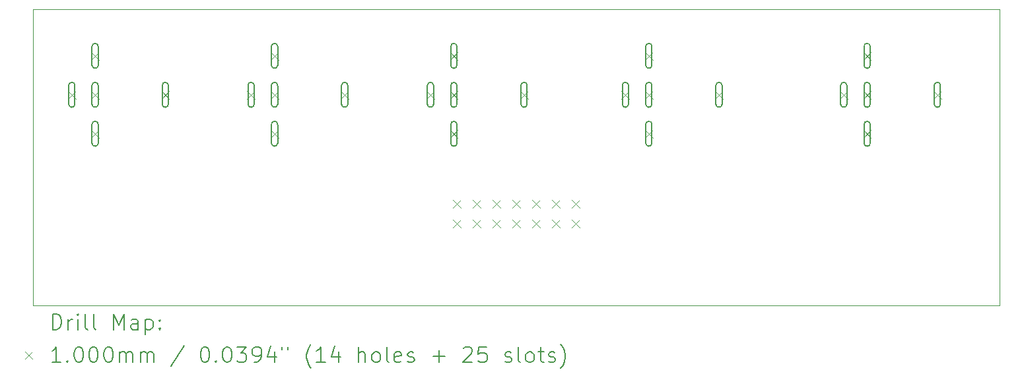
<source format=gbr>
%FSLAX45Y45*%
G04 Gerber Fmt 4.5, Leading zero omitted, Abs format (unit mm)*
G04 Created by KiCad (PCBNEW (6.0.0)) date 2022-06-26 22:57:13*
%MOMM*%
%LPD*%
G01*
G04 APERTURE LIST*
%TA.AperFunction,Profile*%
%ADD10C,0.050000*%
%TD*%
%ADD11C,0.200000*%
%ADD12C,0.100000*%
G04 APERTURE END LIST*
D10*
X8000000Y-13000000D02*
X20400000Y-13000000D01*
X20400000Y-9200000D02*
X8000000Y-9200000D01*
X8000000Y-13000000D02*
X8000000Y-9200000D01*
X20400000Y-9200000D02*
X20400000Y-13000000D01*
D11*
D12*
X8450000Y-10250000D02*
X8550000Y-10350000D01*
X8550000Y-10250000D02*
X8450000Y-10350000D01*
D11*
X8540000Y-10420000D02*
X8540000Y-10180000D01*
X8460000Y-10420000D02*
X8460000Y-10180000D01*
X8540000Y-10180000D02*
G75*
G03*
X8460000Y-10180000I-40000J0D01*
G01*
X8460000Y-10420000D02*
G75*
G03*
X8540000Y-10420000I40000J0D01*
G01*
D12*
X8750000Y-9750000D02*
X8850000Y-9850000D01*
X8850000Y-9750000D02*
X8750000Y-9850000D01*
D11*
X8840000Y-9920000D02*
X8840000Y-9680000D01*
X8760000Y-9920000D02*
X8760000Y-9680000D01*
X8840000Y-9680000D02*
G75*
G03*
X8760000Y-9680000I-40000J0D01*
G01*
X8760000Y-9920000D02*
G75*
G03*
X8840000Y-9920000I40000J0D01*
G01*
D12*
X8750000Y-10250000D02*
X8850000Y-10350000D01*
X8850000Y-10250000D02*
X8750000Y-10350000D01*
D11*
X8840000Y-10420000D02*
X8840000Y-10180000D01*
X8760000Y-10420000D02*
X8760000Y-10180000D01*
X8840000Y-10180000D02*
G75*
G03*
X8760000Y-10180000I-40000J0D01*
G01*
X8760000Y-10420000D02*
G75*
G03*
X8840000Y-10420000I40000J0D01*
G01*
D12*
X8750000Y-10750000D02*
X8850000Y-10850000D01*
X8850000Y-10750000D02*
X8750000Y-10850000D01*
D11*
X8840000Y-10920000D02*
X8840000Y-10680000D01*
X8760000Y-10920000D02*
X8760000Y-10680000D01*
X8840000Y-10680000D02*
G75*
G03*
X8760000Y-10680000I-40000J0D01*
G01*
X8760000Y-10920000D02*
G75*
G03*
X8840000Y-10920000I40000J0D01*
G01*
D12*
X9650000Y-10250000D02*
X9750000Y-10350000D01*
X9750000Y-10250000D02*
X9650000Y-10350000D01*
D11*
X9740000Y-10420000D02*
X9740000Y-10180000D01*
X9660000Y-10420000D02*
X9660000Y-10180000D01*
X9740000Y-10180000D02*
G75*
G03*
X9660000Y-10180000I-40000J0D01*
G01*
X9660000Y-10420000D02*
G75*
G03*
X9740000Y-10420000I40000J0D01*
G01*
D12*
X10750000Y-10250000D02*
X10850000Y-10350000D01*
X10850000Y-10250000D02*
X10750000Y-10350000D01*
D11*
X10840000Y-10420000D02*
X10840000Y-10180000D01*
X10760000Y-10420000D02*
X10760000Y-10180000D01*
X10840000Y-10180000D02*
G75*
G03*
X10760000Y-10180000I-40000J0D01*
G01*
X10760000Y-10420000D02*
G75*
G03*
X10840000Y-10420000I40000J0D01*
G01*
D12*
X11050000Y-9750000D02*
X11150000Y-9850000D01*
X11150000Y-9750000D02*
X11050000Y-9850000D01*
D11*
X11140000Y-9920000D02*
X11140000Y-9680000D01*
X11060000Y-9920000D02*
X11060000Y-9680000D01*
X11140000Y-9680000D02*
G75*
G03*
X11060000Y-9680000I-40000J0D01*
G01*
X11060000Y-9920000D02*
G75*
G03*
X11140000Y-9920000I40000J0D01*
G01*
D12*
X11050000Y-10250000D02*
X11150000Y-10350000D01*
X11150000Y-10250000D02*
X11050000Y-10350000D01*
D11*
X11140000Y-10420000D02*
X11140000Y-10180000D01*
X11060000Y-10420000D02*
X11060000Y-10180000D01*
X11140000Y-10180000D02*
G75*
G03*
X11060000Y-10180000I-40000J0D01*
G01*
X11060000Y-10420000D02*
G75*
G03*
X11140000Y-10420000I40000J0D01*
G01*
D12*
X11050000Y-10750000D02*
X11150000Y-10850000D01*
X11150000Y-10750000D02*
X11050000Y-10850000D01*
D11*
X11140000Y-10920000D02*
X11140000Y-10680000D01*
X11060000Y-10920000D02*
X11060000Y-10680000D01*
X11140000Y-10680000D02*
G75*
G03*
X11060000Y-10680000I-40000J0D01*
G01*
X11060000Y-10920000D02*
G75*
G03*
X11140000Y-10920000I40000J0D01*
G01*
D12*
X11950000Y-10250000D02*
X12050000Y-10350000D01*
X12050000Y-10250000D02*
X11950000Y-10350000D01*
D11*
X12040000Y-10420000D02*
X12040000Y-10180000D01*
X11960000Y-10420000D02*
X11960000Y-10180000D01*
X12040000Y-10180000D02*
G75*
G03*
X11960000Y-10180000I-40000J0D01*
G01*
X11960000Y-10420000D02*
G75*
G03*
X12040000Y-10420000I40000J0D01*
G01*
D12*
X13050000Y-10250000D02*
X13150000Y-10350000D01*
X13150000Y-10250000D02*
X13050000Y-10350000D01*
D11*
X13140000Y-10420000D02*
X13140000Y-10180000D01*
X13060000Y-10420000D02*
X13060000Y-10180000D01*
X13140000Y-10180000D02*
G75*
G03*
X13060000Y-10180000I-40000J0D01*
G01*
X13060000Y-10420000D02*
G75*
G03*
X13140000Y-10420000I40000J0D01*
G01*
D12*
X13350000Y-9750000D02*
X13450000Y-9850000D01*
X13450000Y-9750000D02*
X13350000Y-9850000D01*
D11*
X13440000Y-9920000D02*
X13440000Y-9680000D01*
X13360000Y-9920000D02*
X13360000Y-9680000D01*
X13440000Y-9680000D02*
G75*
G03*
X13360000Y-9680000I-40000J0D01*
G01*
X13360000Y-9920000D02*
G75*
G03*
X13440000Y-9920000I40000J0D01*
G01*
D12*
X13350000Y-10250000D02*
X13450000Y-10350000D01*
X13450000Y-10250000D02*
X13350000Y-10350000D01*
D11*
X13440000Y-10420000D02*
X13440000Y-10180000D01*
X13360000Y-10420000D02*
X13360000Y-10180000D01*
X13440000Y-10180000D02*
G75*
G03*
X13360000Y-10180000I-40000J0D01*
G01*
X13360000Y-10420000D02*
G75*
G03*
X13440000Y-10420000I40000J0D01*
G01*
D12*
X13350000Y-10750000D02*
X13450000Y-10850000D01*
X13450000Y-10750000D02*
X13350000Y-10850000D01*
D11*
X13440000Y-10920000D02*
X13440000Y-10680000D01*
X13360000Y-10920000D02*
X13360000Y-10680000D01*
X13440000Y-10680000D02*
G75*
G03*
X13360000Y-10680000I-40000J0D01*
G01*
X13360000Y-10920000D02*
G75*
G03*
X13440000Y-10920000I40000J0D01*
G01*
D12*
X13388000Y-11650000D02*
X13488000Y-11750000D01*
X13488000Y-11650000D02*
X13388000Y-11750000D01*
X13388000Y-11904000D02*
X13488000Y-12004000D01*
X13488000Y-11904000D02*
X13388000Y-12004000D01*
X13642000Y-11650000D02*
X13742000Y-11750000D01*
X13742000Y-11650000D02*
X13642000Y-11750000D01*
X13642000Y-11904000D02*
X13742000Y-12004000D01*
X13742000Y-11904000D02*
X13642000Y-12004000D01*
X13896000Y-11650000D02*
X13996000Y-11750000D01*
X13996000Y-11650000D02*
X13896000Y-11750000D01*
X13896000Y-11904000D02*
X13996000Y-12004000D01*
X13996000Y-11904000D02*
X13896000Y-12004000D01*
X14150000Y-11650000D02*
X14250000Y-11750000D01*
X14250000Y-11650000D02*
X14150000Y-11750000D01*
X14150000Y-11904000D02*
X14250000Y-12004000D01*
X14250000Y-11904000D02*
X14150000Y-12004000D01*
X14250000Y-10250000D02*
X14350000Y-10350000D01*
X14350000Y-10250000D02*
X14250000Y-10350000D01*
D11*
X14340000Y-10420000D02*
X14340000Y-10180000D01*
X14260000Y-10420000D02*
X14260000Y-10180000D01*
X14340000Y-10180000D02*
G75*
G03*
X14260000Y-10180000I-40000J0D01*
G01*
X14260000Y-10420000D02*
G75*
G03*
X14340000Y-10420000I40000J0D01*
G01*
D12*
X14404000Y-11650000D02*
X14504000Y-11750000D01*
X14504000Y-11650000D02*
X14404000Y-11750000D01*
X14404000Y-11904000D02*
X14504000Y-12004000D01*
X14504000Y-11904000D02*
X14404000Y-12004000D01*
X14658000Y-11650000D02*
X14758000Y-11750000D01*
X14758000Y-11650000D02*
X14658000Y-11750000D01*
X14658000Y-11904000D02*
X14758000Y-12004000D01*
X14758000Y-11904000D02*
X14658000Y-12004000D01*
X14912000Y-11650000D02*
X15012000Y-11750000D01*
X15012000Y-11650000D02*
X14912000Y-11750000D01*
X14912000Y-11904000D02*
X15012000Y-12004000D01*
X15012000Y-11904000D02*
X14912000Y-12004000D01*
X15550000Y-10250000D02*
X15650000Y-10350000D01*
X15650000Y-10250000D02*
X15550000Y-10350000D01*
D11*
X15640000Y-10420000D02*
X15640000Y-10180000D01*
X15560000Y-10420000D02*
X15560000Y-10180000D01*
X15640000Y-10180000D02*
G75*
G03*
X15560000Y-10180000I-40000J0D01*
G01*
X15560000Y-10420000D02*
G75*
G03*
X15640000Y-10420000I40000J0D01*
G01*
D12*
X15850000Y-9750000D02*
X15950000Y-9850000D01*
X15950000Y-9750000D02*
X15850000Y-9850000D01*
D11*
X15940000Y-9920000D02*
X15940000Y-9680000D01*
X15860000Y-9920000D02*
X15860000Y-9680000D01*
X15940000Y-9680000D02*
G75*
G03*
X15860000Y-9680000I-40000J0D01*
G01*
X15860000Y-9920000D02*
G75*
G03*
X15940000Y-9920000I40000J0D01*
G01*
D12*
X15850000Y-10250000D02*
X15950000Y-10350000D01*
X15950000Y-10250000D02*
X15850000Y-10350000D01*
D11*
X15940000Y-10420000D02*
X15940000Y-10180000D01*
X15860000Y-10420000D02*
X15860000Y-10180000D01*
X15940000Y-10180000D02*
G75*
G03*
X15860000Y-10180000I-40000J0D01*
G01*
X15860000Y-10420000D02*
G75*
G03*
X15940000Y-10420000I40000J0D01*
G01*
D12*
X15850000Y-10750000D02*
X15950000Y-10850000D01*
X15950000Y-10750000D02*
X15850000Y-10850000D01*
D11*
X15940000Y-10920000D02*
X15940000Y-10680000D01*
X15860000Y-10920000D02*
X15860000Y-10680000D01*
X15940000Y-10680000D02*
G75*
G03*
X15860000Y-10680000I-40000J0D01*
G01*
X15860000Y-10920000D02*
G75*
G03*
X15940000Y-10920000I40000J0D01*
G01*
D12*
X16750000Y-10250000D02*
X16850000Y-10350000D01*
X16850000Y-10250000D02*
X16750000Y-10350000D01*
D11*
X16840000Y-10420000D02*
X16840000Y-10180000D01*
X16760000Y-10420000D02*
X16760000Y-10180000D01*
X16840000Y-10180000D02*
G75*
G03*
X16760000Y-10180000I-40000J0D01*
G01*
X16760000Y-10420000D02*
G75*
G03*
X16840000Y-10420000I40000J0D01*
G01*
D12*
X18350000Y-10250000D02*
X18450000Y-10350000D01*
X18450000Y-10250000D02*
X18350000Y-10350000D01*
D11*
X18440000Y-10420000D02*
X18440000Y-10180000D01*
X18360000Y-10420000D02*
X18360000Y-10180000D01*
X18440000Y-10180000D02*
G75*
G03*
X18360000Y-10180000I-40000J0D01*
G01*
X18360000Y-10420000D02*
G75*
G03*
X18440000Y-10420000I40000J0D01*
G01*
D12*
X18650000Y-9750000D02*
X18750000Y-9850000D01*
X18750000Y-9750000D02*
X18650000Y-9850000D01*
D11*
X18740000Y-9920000D02*
X18740000Y-9680000D01*
X18660000Y-9920000D02*
X18660000Y-9680000D01*
X18740000Y-9680000D02*
G75*
G03*
X18660000Y-9680000I-40000J0D01*
G01*
X18660000Y-9920000D02*
G75*
G03*
X18740000Y-9920000I40000J0D01*
G01*
D12*
X18650000Y-10250000D02*
X18750000Y-10350000D01*
X18750000Y-10250000D02*
X18650000Y-10350000D01*
D11*
X18740000Y-10420000D02*
X18740000Y-10180000D01*
X18660000Y-10420000D02*
X18660000Y-10180000D01*
X18740000Y-10180000D02*
G75*
G03*
X18660000Y-10180000I-40000J0D01*
G01*
X18660000Y-10420000D02*
G75*
G03*
X18740000Y-10420000I40000J0D01*
G01*
D12*
X18650000Y-10750000D02*
X18750000Y-10850000D01*
X18750000Y-10750000D02*
X18650000Y-10850000D01*
D11*
X18740000Y-10920000D02*
X18740000Y-10680000D01*
X18660000Y-10920000D02*
X18660000Y-10680000D01*
X18740000Y-10680000D02*
G75*
G03*
X18660000Y-10680000I-40000J0D01*
G01*
X18660000Y-10920000D02*
G75*
G03*
X18740000Y-10920000I40000J0D01*
G01*
D12*
X19550000Y-10250000D02*
X19650000Y-10350000D01*
X19650000Y-10250000D02*
X19550000Y-10350000D01*
D11*
X19640000Y-10420000D02*
X19640000Y-10180000D01*
X19560000Y-10420000D02*
X19560000Y-10180000D01*
X19640000Y-10180000D02*
G75*
G03*
X19560000Y-10180000I-40000J0D01*
G01*
X19560000Y-10420000D02*
G75*
G03*
X19640000Y-10420000I40000J0D01*
G01*
X8255119Y-13312976D02*
X8255119Y-13112976D01*
X8302738Y-13112976D01*
X8331309Y-13122500D01*
X8350357Y-13141548D01*
X8359881Y-13160595D01*
X8369405Y-13198690D01*
X8369405Y-13227262D01*
X8359881Y-13265357D01*
X8350357Y-13284405D01*
X8331309Y-13303452D01*
X8302738Y-13312976D01*
X8255119Y-13312976D01*
X8455119Y-13312976D02*
X8455119Y-13179643D01*
X8455119Y-13217738D02*
X8464643Y-13198690D01*
X8474167Y-13189167D01*
X8493214Y-13179643D01*
X8512262Y-13179643D01*
X8578929Y-13312976D02*
X8578929Y-13179643D01*
X8578929Y-13112976D02*
X8569405Y-13122500D01*
X8578929Y-13132024D01*
X8588452Y-13122500D01*
X8578929Y-13112976D01*
X8578929Y-13132024D01*
X8702738Y-13312976D02*
X8683690Y-13303452D01*
X8674167Y-13284405D01*
X8674167Y-13112976D01*
X8807500Y-13312976D02*
X8788452Y-13303452D01*
X8778929Y-13284405D01*
X8778929Y-13112976D01*
X9036071Y-13312976D02*
X9036071Y-13112976D01*
X9102738Y-13255833D01*
X9169405Y-13112976D01*
X9169405Y-13312976D01*
X9350357Y-13312976D02*
X9350357Y-13208214D01*
X9340833Y-13189167D01*
X9321786Y-13179643D01*
X9283690Y-13179643D01*
X9264643Y-13189167D01*
X9350357Y-13303452D02*
X9331310Y-13312976D01*
X9283690Y-13312976D01*
X9264643Y-13303452D01*
X9255119Y-13284405D01*
X9255119Y-13265357D01*
X9264643Y-13246309D01*
X9283690Y-13236786D01*
X9331310Y-13236786D01*
X9350357Y-13227262D01*
X9445595Y-13179643D02*
X9445595Y-13379643D01*
X9445595Y-13189167D02*
X9464643Y-13179643D01*
X9502738Y-13179643D01*
X9521786Y-13189167D01*
X9531310Y-13198690D01*
X9540833Y-13217738D01*
X9540833Y-13274881D01*
X9531310Y-13293928D01*
X9521786Y-13303452D01*
X9502738Y-13312976D01*
X9464643Y-13312976D01*
X9445595Y-13303452D01*
X9626548Y-13293928D02*
X9636071Y-13303452D01*
X9626548Y-13312976D01*
X9617024Y-13303452D01*
X9626548Y-13293928D01*
X9626548Y-13312976D01*
X9626548Y-13189167D02*
X9636071Y-13198690D01*
X9626548Y-13208214D01*
X9617024Y-13198690D01*
X9626548Y-13189167D01*
X9626548Y-13208214D01*
D12*
X7897500Y-13592500D02*
X7997500Y-13692500D01*
X7997500Y-13592500D02*
X7897500Y-13692500D01*
D11*
X8359881Y-13732976D02*
X8245595Y-13732976D01*
X8302738Y-13732976D02*
X8302738Y-13532976D01*
X8283690Y-13561548D01*
X8264643Y-13580595D01*
X8245595Y-13590119D01*
X8445595Y-13713928D02*
X8455119Y-13723452D01*
X8445595Y-13732976D01*
X8436071Y-13723452D01*
X8445595Y-13713928D01*
X8445595Y-13732976D01*
X8578929Y-13532976D02*
X8597976Y-13532976D01*
X8617024Y-13542500D01*
X8626548Y-13552024D01*
X8636071Y-13571071D01*
X8645595Y-13609167D01*
X8645595Y-13656786D01*
X8636071Y-13694881D01*
X8626548Y-13713928D01*
X8617024Y-13723452D01*
X8597976Y-13732976D01*
X8578929Y-13732976D01*
X8559881Y-13723452D01*
X8550357Y-13713928D01*
X8540833Y-13694881D01*
X8531310Y-13656786D01*
X8531310Y-13609167D01*
X8540833Y-13571071D01*
X8550357Y-13552024D01*
X8559881Y-13542500D01*
X8578929Y-13532976D01*
X8769405Y-13532976D02*
X8788452Y-13532976D01*
X8807500Y-13542500D01*
X8817024Y-13552024D01*
X8826548Y-13571071D01*
X8836071Y-13609167D01*
X8836071Y-13656786D01*
X8826548Y-13694881D01*
X8817024Y-13713928D01*
X8807500Y-13723452D01*
X8788452Y-13732976D01*
X8769405Y-13732976D01*
X8750357Y-13723452D01*
X8740833Y-13713928D01*
X8731310Y-13694881D01*
X8721786Y-13656786D01*
X8721786Y-13609167D01*
X8731310Y-13571071D01*
X8740833Y-13552024D01*
X8750357Y-13542500D01*
X8769405Y-13532976D01*
X8959881Y-13532976D02*
X8978929Y-13532976D01*
X8997976Y-13542500D01*
X9007500Y-13552024D01*
X9017024Y-13571071D01*
X9026548Y-13609167D01*
X9026548Y-13656786D01*
X9017024Y-13694881D01*
X9007500Y-13713928D01*
X8997976Y-13723452D01*
X8978929Y-13732976D01*
X8959881Y-13732976D01*
X8940833Y-13723452D01*
X8931310Y-13713928D01*
X8921786Y-13694881D01*
X8912262Y-13656786D01*
X8912262Y-13609167D01*
X8921786Y-13571071D01*
X8931310Y-13552024D01*
X8940833Y-13542500D01*
X8959881Y-13532976D01*
X9112262Y-13732976D02*
X9112262Y-13599643D01*
X9112262Y-13618690D02*
X9121786Y-13609167D01*
X9140833Y-13599643D01*
X9169405Y-13599643D01*
X9188452Y-13609167D01*
X9197976Y-13628214D01*
X9197976Y-13732976D01*
X9197976Y-13628214D02*
X9207500Y-13609167D01*
X9226548Y-13599643D01*
X9255119Y-13599643D01*
X9274167Y-13609167D01*
X9283690Y-13628214D01*
X9283690Y-13732976D01*
X9378929Y-13732976D02*
X9378929Y-13599643D01*
X9378929Y-13618690D02*
X9388452Y-13609167D01*
X9407500Y-13599643D01*
X9436071Y-13599643D01*
X9455119Y-13609167D01*
X9464643Y-13628214D01*
X9464643Y-13732976D01*
X9464643Y-13628214D02*
X9474167Y-13609167D01*
X9493214Y-13599643D01*
X9521786Y-13599643D01*
X9540833Y-13609167D01*
X9550357Y-13628214D01*
X9550357Y-13732976D01*
X9940833Y-13523452D02*
X9769405Y-13780595D01*
X10197976Y-13532976D02*
X10217024Y-13532976D01*
X10236071Y-13542500D01*
X10245595Y-13552024D01*
X10255119Y-13571071D01*
X10264643Y-13609167D01*
X10264643Y-13656786D01*
X10255119Y-13694881D01*
X10245595Y-13713928D01*
X10236071Y-13723452D01*
X10217024Y-13732976D01*
X10197976Y-13732976D01*
X10178929Y-13723452D01*
X10169405Y-13713928D01*
X10159881Y-13694881D01*
X10150357Y-13656786D01*
X10150357Y-13609167D01*
X10159881Y-13571071D01*
X10169405Y-13552024D01*
X10178929Y-13542500D01*
X10197976Y-13532976D01*
X10350357Y-13713928D02*
X10359881Y-13723452D01*
X10350357Y-13732976D01*
X10340833Y-13723452D01*
X10350357Y-13713928D01*
X10350357Y-13732976D01*
X10483690Y-13532976D02*
X10502738Y-13532976D01*
X10521786Y-13542500D01*
X10531310Y-13552024D01*
X10540833Y-13571071D01*
X10550357Y-13609167D01*
X10550357Y-13656786D01*
X10540833Y-13694881D01*
X10531310Y-13713928D01*
X10521786Y-13723452D01*
X10502738Y-13732976D01*
X10483690Y-13732976D01*
X10464643Y-13723452D01*
X10455119Y-13713928D01*
X10445595Y-13694881D01*
X10436071Y-13656786D01*
X10436071Y-13609167D01*
X10445595Y-13571071D01*
X10455119Y-13552024D01*
X10464643Y-13542500D01*
X10483690Y-13532976D01*
X10617024Y-13532976D02*
X10740833Y-13532976D01*
X10674167Y-13609167D01*
X10702738Y-13609167D01*
X10721786Y-13618690D01*
X10731310Y-13628214D01*
X10740833Y-13647262D01*
X10740833Y-13694881D01*
X10731310Y-13713928D01*
X10721786Y-13723452D01*
X10702738Y-13732976D01*
X10645595Y-13732976D01*
X10626548Y-13723452D01*
X10617024Y-13713928D01*
X10836071Y-13732976D02*
X10874167Y-13732976D01*
X10893214Y-13723452D01*
X10902738Y-13713928D01*
X10921786Y-13685357D01*
X10931310Y-13647262D01*
X10931310Y-13571071D01*
X10921786Y-13552024D01*
X10912262Y-13542500D01*
X10893214Y-13532976D01*
X10855119Y-13532976D01*
X10836071Y-13542500D01*
X10826548Y-13552024D01*
X10817024Y-13571071D01*
X10817024Y-13618690D01*
X10826548Y-13637738D01*
X10836071Y-13647262D01*
X10855119Y-13656786D01*
X10893214Y-13656786D01*
X10912262Y-13647262D01*
X10921786Y-13637738D01*
X10931310Y-13618690D01*
X11102738Y-13599643D02*
X11102738Y-13732976D01*
X11055119Y-13523452D02*
X11007500Y-13666309D01*
X11131310Y-13666309D01*
X11197976Y-13532976D02*
X11197976Y-13571071D01*
X11274167Y-13532976D02*
X11274167Y-13571071D01*
X11569405Y-13809167D02*
X11559881Y-13799643D01*
X11540833Y-13771071D01*
X11531309Y-13752024D01*
X11521786Y-13723452D01*
X11512262Y-13675833D01*
X11512262Y-13637738D01*
X11521786Y-13590119D01*
X11531309Y-13561548D01*
X11540833Y-13542500D01*
X11559881Y-13513928D01*
X11569405Y-13504405D01*
X11750357Y-13732976D02*
X11636071Y-13732976D01*
X11693214Y-13732976D02*
X11693214Y-13532976D01*
X11674167Y-13561548D01*
X11655119Y-13580595D01*
X11636071Y-13590119D01*
X11921786Y-13599643D02*
X11921786Y-13732976D01*
X11874167Y-13523452D02*
X11826548Y-13666309D01*
X11950357Y-13666309D01*
X12178928Y-13732976D02*
X12178928Y-13532976D01*
X12264643Y-13732976D02*
X12264643Y-13628214D01*
X12255119Y-13609167D01*
X12236071Y-13599643D01*
X12207500Y-13599643D01*
X12188452Y-13609167D01*
X12178928Y-13618690D01*
X12388452Y-13732976D02*
X12369405Y-13723452D01*
X12359881Y-13713928D01*
X12350357Y-13694881D01*
X12350357Y-13637738D01*
X12359881Y-13618690D01*
X12369405Y-13609167D01*
X12388452Y-13599643D01*
X12417024Y-13599643D01*
X12436071Y-13609167D01*
X12445595Y-13618690D01*
X12455119Y-13637738D01*
X12455119Y-13694881D01*
X12445595Y-13713928D01*
X12436071Y-13723452D01*
X12417024Y-13732976D01*
X12388452Y-13732976D01*
X12569405Y-13732976D02*
X12550357Y-13723452D01*
X12540833Y-13704405D01*
X12540833Y-13532976D01*
X12721786Y-13723452D02*
X12702738Y-13732976D01*
X12664643Y-13732976D01*
X12645595Y-13723452D01*
X12636071Y-13704405D01*
X12636071Y-13628214D01*
X12645595Y-13609167D01*
X12664643Y-13599643D01*
X12702738Y-13599643D01*
X12721786Y-13609167D01*
X12731309Y-13628214D01*
X12731309Y-13647262D01*
X12636071Y-13666309D01*
X12807500Y-13723452D02*
X12826548Y-13732976D01*
X12864643Y-13732976D01*
X12883690Y-13723452D01*
X12893214Y-13704405D01*
X12893214Y-13694881D01*
X12883690Y-13675833D01*
X12864643Y-13666309D01*
X12836071Y-13666309D01*
X12817024Y-13656786D01*
X12807500Y-13637738D01*
X12807500Y-13628214D01*
X12817024Y-13609167D01*
X12836071Y-13599643D01*
X12864643Y-13599643D01*
X12883690Y-13609167D01*
X13131309Y-13656786D02*
X13283690Y-13656786D01*
X13207500Y-13732976D02*
X13207500Y-13580595D01*
X13521786Y-13552024D02*
X13531309Y-13542500D01*
X13550357Y-13532976D01*
X13597976Y-13532976D01*
X13617024Y-13542500D01*
X13626548Y-13552024D01*
X13636071Y-13571071D01*
X13636071Y-13590119D01*
X13626548Y-13618690D01*
X13512262Y-13732976D01*
X13636071Y-13732976D01*
X13817024Y-13532976D02*
X13721786Y-13532976D01*
X13712262Y-13628214D01*
X13721786Y-13618690D01*
X13740833Y-13609167D01*
X13788452Y-13609167D01*
X13807500Y-13618690D01*
X13817024Y-13628214D01*
X13826548Y-13647262D01*
X13826548Y-13694881D01*
X13817024Y-13713928D01*
X13807500Y-13723452D01*
X13788452Y-13732976D01*
X13740833Y-13732976D01*
X13721786Y-13723452D01*
X13712262Y-13713928D01*
X14055119Y-13723452D02*
X14074167Y-13732976D01*
X14112262Y-13732976D01*
X14131309Y-13723452D01*
X14140833Y-13704405D01*
X14140833Y-13694881D01*
X14131309Y-13675833D01*
X14112262Y-13666309D01*
X14083690Y-13666309D01*
X14064643Y-13656786D01*
X14055119Y-13637738D01*
X14055119Y-13628214D01*
X14064643Y-13609167D01*
X14083690Y-13599643D01*
X14112262Y-13599643D01*
X14131309Y-13609167D01*
X14255119Y-13732976D02*
X14236071Y-13723452D01*
X14226548Y-13704405D01*
X14226548Y-13532976D01*
X14359881Y-13732976D02*
X14340833Y-13723452D01*
X14331309Y-13713928D01*
X14321786Y-13694881D01*
X14321786Y-13637738D01*
X14331309Y-13618690D01*
X14340833Y-13609167D01*
X14359881Y-13599643D01*
X14388452Y-13599643D01*
X14407500Y-13609167D01*
X14417024Y-13618690D01*
X14426548Y-13637738D01*
X14426548Y-13694881D01*
X14417024Y-13713928D01*
X14407500Y-13723452D01*
X14388452Y-13732976D01*
X14359881Y-13732976D01*
X14483690Y-13599643D02*
X14559881Y-13599643D01*
X14512262Y-13532976D02*
X14512262Y-13704405D01*
X14521786Y-13723452D01*
X14540833Y-13732976D01*
X14559881Y-13732976D01*
X14617024Y-13723452D02*
X14636071Y-13732976D01*
X14674167Y-13732976D01*
X14693214Y-13723452D01*
X14702738Y-13704405D01*
X14702738Y-13694881D01*
X14693214Y-13675833D01*
X14674167Y-13666309D01*
X14645595Y-13666309D01*
X14626548Y-13656786D01*
X14617024Y-13637738D01*
X14617024Y-13628214D01*
X14626548Y-13609167D01*
X14645595Y-13599643D01*
X14674167Y-13599643D01*
X14693214Y-13609167D01*
X14769405Y-13809167D02*
X14778928Y-13799643D01*
X14797976Y-13771071D01*
X14807500Y-13752024D01*
X14817024Y-13723452D01*
X14826548Y-13675833D01*
X14826548Y-13637738D01*
X14817024Y-13590119D01*
X14807500Y-13561548D01*
X14797976Y-13542500D01*
X14778928Y-13513928D01*
X14769405Y-13504405D01*
M02*

</source>
